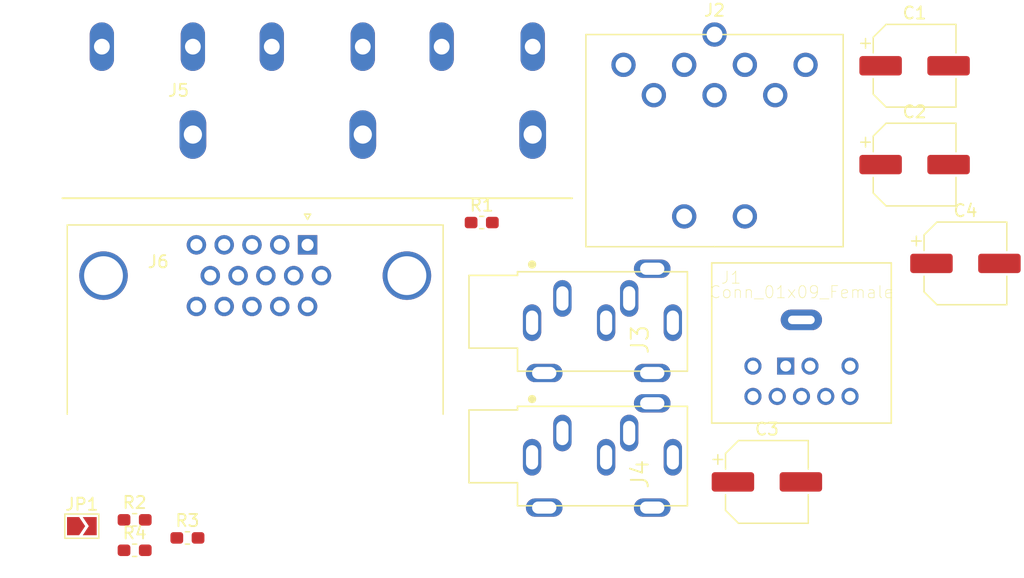
<source format=kicad_pcb>
(kicad_pcb (version 20171130) (host pcbnew "(5.1.0)-1")

  (general
    (thickness 1.6)
    (drawings 0)
    (tracks 0)
    (zones 0)
    (modules 15)
    (nets 28)
  )

  (page A4)
  (layers
    (0 F.Cu signal)
    (31 B.Cu signal)
    (32 B.Adhes user)
    (33 F.Adhes user)
    (34 B.Paste user)
    (35 F.Paste user)
    (36 B.SilkS user)
    (37 F.SilkS user)
    (38 B.Mask user)
    (39 F.Mask user)
    (40 Dwgs.User user)
    (41 Cmts.User user)
    (42 Eco1.User user)
    (43 Eco2.User user)
    (44 Edge.Cuts user)
    (45 Margin user)
    (46 B.CrtYd user)
    (47 F.CrtYd user)
    (48 B.Fab user)
    (49 F.Fab user)
  )

  (setup
    (last_trace_width 0.25)
    (trace_clearance 0.2)
    (zone_clearance 0.508)
    (zone_45_only no)
    (trace_min 0.2)
    (via_size 0.8)
    (via_drill 0.4)
    (via_min_size 0.4)
    (via_min_drill 0.3)
    (uvia_size 0.3)
    (uvia_drill 0.1)
    (uvias_allowed no)
    (uvia_min_size 0.2)
    (uvia_min_drill 0.1)
    (edge_width 0.05)
    (segment_width 0.2)
    (pcb_text_width 0.3)
    (pcb_text_size 1.5 1.5)
    (mod_edge_width 0.12)
    (mod_text_size 1 1)
    (mod_text_width 0.15)
    (pad_size 1.524 1.524)
    (pad_drill 0.762)
    (pad_to_mask_clearance 0.051)
    (solder_mask_min_width 0.25)
    (aux_axis_origin 0 0)
    (visible_elements FFFFFF7F)
    (pcbplotparams
      (layerselection 0x010fc_ffffffff)
      (usegerberextensions false)
      (usegerberattributes false)
      (usegerberadvancedattributes false)
      (creategerberjobfile false)
      (excludeedgelayer true)
      (linewidth 0.100000)
      (plotframeref false)
      (viasonmask false)
      (mode 1)
      (useauxorigin false)
      (hpglpennumber 1)
      (hpglpenspeed 20)
      (hpglpendiameter 15.000000)
      (psnegative false)
      (psa4output false)
      (plotreference true)
      (plotvalue true)
      (plotinvisibletext false)
      (padsonsilk false)
      (subtractmaskfromsilk false)
      (outputformat 1)
      (mirror false)
      (drillshape 1)
      (scaleselection 1)
      (outputdirectory ""))
  )

  (net 0 "")
  (net 1 "Net-(C1-Pad1)")
  (net 2 RED_OUT)
  (net 3 GREEN_OUT)
  (net 4 "Net-(C2-Pad1)")
  (net 5 "Net-(C3-Pad1)")
  (net 6 BLUE_OUT)
  (net 7 VGA_SYNC_OUT)
  (net 8 "Net-(C4-Pad1)")
  (net 9 CSYNC)
  (net 10 CVBS)
  (net 11 LEFT)
  (net 12 RIGHT)
  (net 13 RED)
  (net 14 "Net-(J1-Pad6)")
  (net 15 "Net-(J1-Pad2)")
  (net 16 BLUE)
  (net 17 GREEN)
  (net 18 MONO)
  (net 19 GND)
  (net 20 "Net-(J2-Pad4)")
  (net 21 CYSNC)
  (net 22 "Net-(J6-Pad4)")
  (net 23 "Net-(J6-Pad9)")
  (net 24 "Net-(J6-Pad11)")
  (net 25 "Net-(J6-Pad12)")
  (net 26 "Net-(J6-Pad14)")
  (net 27 "Net-(J6-Pad15)")

  (net_class Default "This is the default net class."
    (clearance 0.2)
    (trace_width 0.25)
    (via_dia 0.8)
    (via_drill 0.4)
    (uvia_dia 0.3)
    (uvia_drill 0.1)
    (add_net BLUE)
    (add_net BLUE_OUT)
    (add_net CSYNC)
    (add_net CVBS)
    (add_net CYSNC)
    (add_net GND)
    (add_net GREEN)
    (add_net GREEN_OUT)
    (add_net LEFT)
    (add_net MONO)
    (add_net "Net-(C1-Pad1)")
    (add_net "Net-(C2-Pad1)")
    (add_net "Net-(C3-Pad1)")
    (add_net "Net-(C4-Pad1)")
    (add_net "Net-(J1-Pad2)")
    (add_net "Net-(J1-Pad6)")
    (add_net "Net-(J2-Pad4)")
    (add_net "Net-(J6-Pad11)")
    (add_net "Net-(J6-Pad12)")
    (add_net "Net-(J6-Pad14)")
    (add_net "Net-(J6-Pad15)")
    (add_net "Net-(J6-Pad4)")
    (add_net "Net-(J6-Pad9)")
    (add_net RED)
    (add_net RED_OUT)
    (add_net RIGHT)
    (add_net VGA_SYNC_OUT)
  )

  (module Capacitor_SMD:CP_Elec_6.3x5.4 (layer F.Cu) (tedit 5BCA39D0) (tstamp 5D2909D0)
    (at 169.495001 76.425001)
    (descr "SMD capacitor, aluminum electrolytic, Panasonic C55, 6.3x5.4mm")
    (tags "capacitor electrolytic")
    (path /5D2693EF)
    (attr smd)
    (fp_text reference C1 (at 0 -4.35) (layer F.SilkS)
      (effects (font (size 1 1) (thickness 0.15)))
    )
    (fp_text value 220 (at 0 4.35) (layer F.Fab)
      (effects (font (size 1 1) (thickness 0.15)))
    )
    (fp_circle (center 0 0) (end 3.15 0) (layer F.Fab) (width 0.1))
    (fp_line (start 3.3 -3.3) (end 3.3 3.3) (layer F.Fab) (width 0.1))
    (fp_line (start -2.3 -3.3) (end 3.3 -3.3) (layer F.Fab) (width 0.1))
    (fp_line (start -2.3 3.3) (end 3.3 3.3) (layer F.Fab) (width 0.1))
    (fp_line (start -3.3 -2.3) (end -3.3 2.3) (layer F.Fab) (width 0.1))
    (fp_line (start -3.3 -2.3) (end -2.3 -3.3) (layer F.Fab) (width 0.1))
    (fp_line (start -3.3 2.3) (end -2.3 3.3) (layer F.Fab) (width 0.1))
    (fp_line (start -2.704838 -1.33) (end -2.074838 -1.33) (layer F.Fab) (width 0.1))
    (fp_line (start -2.389838 -1.645) (end -2.389838 -1.015) (layer F.Fab) (width 0.1))
    (fp_line (start 3.41 3.41) (end 3.41 1.06) (layer F.SilkS) (width 0.12))
    (fp_line (start 3.41 -3.41) (end 3.41 -1.06) (layer F.SilkS) (width 0.12))
    (fp_line (start -2.345563 -3.41) (end 3.41 -3.41) (layer F.SilkS) (width 0.12))
    (fp_line (start -2.345563 3.41) (end 3.41 3.41) (layer F.SilkS) (width 0.12))
    (fp_line (start -3.41 2.345563) (end -3.41 1.06) (layer F.SilkS) (width 0.12))
    (fp_line (start -3.41 -2.345563) (end -3.41 -1.06) (layer F.SilkS) (width 0.12))
    (fp_line (start -3.41 -2.345563) (end -2.345563 -3.41) (layer F.SilkS) (width 0.12))
    (fp_line (start -3.41 2.345563) (end -2.345563 3.41) (layer F.SilkS) (width 0.12))
    (fp_line (start -4.4375 -1.8475) (end -3.65 -1.8475) (layer F.SilkS) (width 0.12))
    (fp_line (start -4.04375 -2.24125) (end -4.04375 -1.45375) (layer F.SilkS) (width 0.12))
    (fp_line (start 3.55 -3.55) (end 3.55 -1.05) (layer F.CrtYd) (width 0.05))
    (fp_line (start 3.55 -1.05) (end 4.8 -1.05) (layer F.CrtYd) (width 0.05))
    (fp_line (start 4.8 -1.05) (end 4.8 1.05) (layer F.CrtYd) (width 0.05))
    (fp_line (start 4.8 1.05) (end 3.55 1.05) (layer F.CrtYd) (width 0.05))
    (fp_line (start 3.55 1.05) (end 3.55 3.55) (layer F.CrtYd) (width 0.05))
    (fp_line (start -2.4 3.55) (end 3.55 3.55) (layer F.CrtYd) (width 0.05))
    (fp_line (start -2.4 -3.55) (end 3.55 -3.55) (layer F.CrtYd) (width 0.05))
    (fp_line (start -3.55 2.4) (end -2.4 3.55) (layer F.CrtYd) (width 0.05))
    (fp_line (start -3.55 -2.4) (end -2.4 -3.55) (layer F.CrtYd) (width 0.05))
    (fp_line (start -3.55 -2.4) (end -3.55 -1.05) (layer F.CrtYd) (width 0.05))
    (fp_line (start -3.55 1.05) (end -3.55 2.4) (layer F.CrtYd) (width 0.05))
    (fp_line (start -3.55 -1.05) (end -4.8 -1.05) (layer F.CrtYd) (width 0.05))
    (fp_line (start -4.8 -1.05) (end -4.8 1.05) (layer F.CrtYd) (width 0.05))
    (fp_line (start -4.8 1.05) (end -3.55 1.05) (layer F.CrtYd) (width 0.05))
    (fp_text user %R (at 0 0) (layer F.Fab)
      (effects (font (size 1 1) (thickness 0.15)))
    )
    (pad 1 smd roundrect (at -2.8 0) (size 3.5 1.6) (layers F.Cu F.Paste F.Mask) (roundrect_rratio 0.15625)
      (net 1 "Net-(C1-Pad1)"))
    (pad 2 smd roundrect (at 2.8 0) (size 3.5 1.6) (layers F.Cu F.Paste F.Mask) (roundrect_rratio 0.15625)
      (net 2 RED_OUT))
    (model ${KISYS3DMOD}/Capacitor_SMD.3dshapes/CP_Elec_6.3x5.4.wrl
      (at (xyz 0 0 0))
      (scale (xyz 1 1 1))
      (rotate (xyz 0 0 0))
    )
  )

  (module Capacitor_SMD:CP_Elec_6.3x5.4 (layer F.Cu) (tedit 5BCA39D0) (tstamp 5D2909F8)
    (at 169.495001 84.575001)
    (descr "SMD capacitor, aluminum electrolytic, Panasonic C55, 6.3x5.4mm")
    (tags "capacitor electrolytic")
    (path /5D269067)
    (attr smd)
    (fp_text reference C2 (at 0 -4.35) (layer F.SilkS)
      (effects (font (size 1 1) (thickness 0.15)))
    )
    (fp_text value 220 (at 0 4.35) (layer F.Fab)
      (effects (font (size 1 1) (thickness 0.15)))
    )
    (fp_text user %R (at 0 0) (layer F.Fab)
      (effects (font (size 1 1) (thickness 0.15)))
    )
    (fp_line (start -4.8 1.05) (end -3.55 1.05) (layer F.CrtYd) (width 0.05))
    (fp_line (start -4.8 -1.05) (end -4.8 1.05) (layer F.CrtYd) (width 0.05))
    (fp_line (start -3.55 -1.05) (end -4.8 -1.05) (layer F.CrtYd) (width 0.05))
    (fp_line (start -3.55 1.05) (end -3.55 2.4) (layer F.CrtYd) (width 0.05))
    (fp_line (start -3.55 -2.4) (end -3.55 -1.05) (layer F.CrtYd) (width 0.05))
    (fp_line (start -3.55 -2.4) (end -2.4 -3.55) (layer F.CrtYd) (width 0.05))
    (fp_line (start -3.55 2.4) (end -2.4 3.55) (layer F.CrtYd) (width 0.05))
    (fp_line (start -2.4 -3.55) (end 3.55 -3.55) (layer F.CrtYd) (width 0.05))
    (fp_line (start -2.4 3.55) (end 3.55 3.55) (layer F.CrtYd) (width 0.05))
    (fp_line (start 3.55 1.05) (end 3.55 3.55) (layer F.CrtYd) (width 0.05))
    (fp_line (start 4.8 1.05) (end 3.55 1.05) (layer F.CrtYd) (width 0.05))
    (fp_line (start 4.8 -1.05) (end 4.8 1.05) (layer F.CrtYd) (width 0.05))
    (fp_line (start 3.55 -1.05) (end 4.8 -1.05) (layer F.CrtYd) (width 0.05))
    (fp_line (start 3.55 -3.55) (end 3.55 -1.05) (layer F.CrtYd) (width 0.05))
    (fp_line (start -4.04375 -2.24125) (end -4.04375 -1.45375) (layer F.SilkS) (width 0.12))
    (fp_line (start -4.4375 -1.8475) (end -3.65 -1.8475) (layer F.SilkS) (width 0.12))
    (fp_line (start -3.41 2.345563) (end -2.345563 3.41) (layer F.SilkS) (width 0.12))
    (fp_line (start -3.41 -2.345563) (end -2.345563 -3.41) (layer F.SilkS) (width 0.12))
    (fp_line (start -3.41 -2.345563) (end -3.41 -1.06) (layer F.SilkS) (width 0.12))
    (fp_line (start -3.41 2.345563) (end -3.41 1.06) (layer F.SilkS) (width 0.12))
    (fp_line (start -2.345563 3.41) (end 3.41 3.41) (layer F.SilkS) (width 0.12))
    (fp_line (start -2.345563 -3.41) (end 3.41 -3.41) (layer F.SilkS) (width 0.12))
    (fp_line (start 3.41 -3.41) (end 3.41 -1.06) (layer F.SilkS) (width 0.12))
    (fp_line (start 3.41 3.41) (end 3.41 1.06) (layer F.SilkS) (width 0.12))
    (fp_line (start -2.389838 -1.645) (end -2.389838 -1.015) (layer F.Fab) (width 0.1))
    (fp_line (start -2.704838 -1.33) (end -2.074838 -1.33) (layer F.Fab) (width 0.1))
    (fp_line (start -3.3 2.3) (end -2.3 3.3) (layer F.Fab) (width 0.1))
    (fp_line (start -3.3 -2.3) (end -2.3 -3.3) (layer F.Fab) (width 0.1))
    (fp_line (start -3.3 -2.3) (end -3.3 2.3) (layer F.Fab) (width 0.1))
    (fp_line (start -2.3 3.3) (end 3.3 3.3) (layer F.Fab) (width 0.1))
    (fp_line (start -2.3 -3.3) (end 3.3 -3.3) (layer F.Fab) (width 0.1))
    (fp_line (start 3.3 -3.3) (end 3.3 3.3) (layer F.Fab) (width 0.1))
    (fp_circle (center 0 0) (end 3.15 0) (layer F.Fab) (width 0.1))
    (pad 2 smd roundrect (at 2.8 0) (size 3.5 1.6) (layers F.Cu F.Paste F.Mask) (roundrect_rratio 0.15625)
      (net 3 GREEN_OUT))
    (pad 1 smd roundrect (at -2.8 0) (size 3.5 1.6) (layers F.Cu F.Paste F.Mask) (roundrect_rratio 0.15625)
      (net 4 "Net-(C2-Pad1)"))
    (model ${KISYS3DMOD}/Capacitor_SMD.3dshapes/CP_Elec_6.3x5.4.wrl
      (at (xyz 0 0 0))
      (scale (xyz 1 1 1))
      (rotate (xyz 0 0 0))
    )
  )

  (module Capacitor_SMD:CP_Elec_6.3x5.4 (layer F.Cu) (tedit 5BCA39D0) (tstamp 5D290A20)
    (at 157.325001 110.745001)
    (descr "SMD capacitor, aluminum electrolytic, Panasonic C55, 6.3x5.4mm")
    (tags "capacitor electrolytic")
    (path /5D268A10)
    (attr smd)
    (fp_text reference C3 (at 0 -4.35) (layer F.SilkS)
      (effects (font (size 1 1) (thickness 0.15)))
    )
    (fp_text value 220 (at 0 4.35) (layer F.Fab)
      (effects (font (size 1 1) (thickness 0.15)))
    )
    (fp_circle (center 0 0) (end 3.15 0) (layer F.Fab) (width 0.1))
    (fp_line (start 3.3 -3.3) (end 3.3 3.3) (layer F.Fab) (width 0.1))
    (fp_line (start -2.3 -3.3) (end 3.3 -3.3) (layer F.Fab) (width 0.1))
    (fp_line (start -2.3 3.3) (end 3.3 3.3) (layer F.Fab) (width 0.1))
    (fp_line (start -3.3 -2.3) (end -3.3 2.3) (layer F.Fab) (width 0.1))
    (fp_line (start -3.3 -2.3) (end -2.3 -3.3) (layer F.Fab) (width 0.1))
    (fp_line (start -3.3 2.3) (end -2.3 3.3) (layer F.Fab) (width 0.1))
    (fp_line (start -2.704838 -1.33) (end -2.074838 -1.33) (layer F.Fab) (width 0.1))
    (fp_line (start -2.389838 -1.645) (end -2.389838 -1.015) (layer F.Fab) (width 0.1))
    (fp_line (start 3.41 3.41) (end 3.41 1.06) (layer F.SilkS) (width 0.12))
    (fp_line (start 3.41 -3.41) (end 3.41 -1.06) (layer F.SilkS) (width 0.12))
    (fp_line (start -2.345563 -3.41) (end 3.41 -3.41) (layer F.SilkS) (width 0.12))
    (fp_line (start -2.345563 3.41) (end 3.41 3.41) (layer F.SilkS) (width 0.12))
    (fp_line (start -3.41 2.345563) (end -3.41 1.06) (layer F.SilkS) (width 0.12))
    (fp_line (start -3.41 -2.345563) (end -3.41 -1.06) (layer F.SilkS) (width 0.12))
    (fp_line (start -3.41 -2.345563) (end -2.345563 -3.41) (layer F.SilkS) (width 0.12))
    (fp_line (start -3.41 2.345563) (end -2.345563 3.41) (layer F.SilkS) (width 0.12))
    (fp_line (start -4.4375 -1.8475) (end -3.65 -1.8475) (layer F.SilkS) (width 0.12))
    (fp_line (start -4.04375 -2.24125) (end -4.04375 -1.45375) (layer F.SilkS) (width 0.12))
    (fp_line (start 3.55 -3.55) (end 3.55 -1.05) (layer F.CrtYd) (width 0.05))
    (fp_line (start 3.55 -1.05) (end 4.8 -1.05) (layer F.CrtYd) (width 0.05))
    (fp_line (start 4.8 -1.05) (end 4.8 1.05) (layer F.CrtYd) (width 0.05))
    (fp_line (start 4.8 1.05) (end 3.55 1.05) (layer F.CrtYd) (width 0.05))
    (fp_line (start 3.55 1.05) (end 3.55 3.55) (layer F.CrtYd) (width 0.05))
    (fp_line (start -2.4 3.55) (end 3.55 3.55) (layer F.CrtYd) (width 0.05))
    (fp_line (start -2.4 -3.55) (end 3.55 -3.55) (layer F.CrtYd) (width 0.05))
    (fp_line (start -3.55 2.4) (end -2.4 3.55) (layer F.CrtYd) (width 0.05))
    (fp_line (start -3.55 -2.4) (end -2.4 -3.55) (layer F.CrtYd) (width 0.05))
    (fp_line (start -3.55 -2.4) (end -3.55 -1.05) (layer F.CrtYd) (width 0.05))
    (fp_line (start -3.55 1.05) (end -3.55 2.4) (layer F.CrtYd) (width 0.05))
    (fp_line (start -3.55 -1.05) (end -4.8 -1.05) (layer F.CrtYd) (width 0.05))
    (fp_line (start -4.8 -1.05) (end -4.8 1.05) (layer F.CrtYd) (width 0.05))
    (fp_line (start -4.8 1.05) (end -3.55 1.05) (layer F.CrtYd) (width 0.05))
    (fp_text user %R (at 0 0) (layer F.Fab)
      (effects (font (size 1 1) (thickness 0.15)))
    )
    (pad 1 smd roundrect (at -2.8 0) (size 3.5 1.6) (layers F.Cu F.Paste F.Mask) (roundrect_rratio 0.15625)
      (net 5 "Net-(C3-Pad1)"))
    (pad 2 smd roundrect (at 2.8 0) (size 3.5 1.6) (layers F.Cu F.Paste F.Mask) (roundrect_rratio 0.15625)
      (net 6 BLUE_OUT))
    (model ${KISYS3DMOD}/Capacitor_SMD.3dshapes/CP_Elec_6.3x5.4.wrl
      (at (xyz 0 0 0))
      (scale (xyz 1 1 1))
      (rotate (xyz 0 0 0))
    )
  )

  (module Capacitor_SMD:CP_Elec_6.3x5.4 (layer F.Cu) (tedit 5BCA39D0) (tstamp 5D290A48)
    (at 173.685001 92.725001)
    (descr "SMD capacitor, aluminum electrolytic, Panasonic C55, 6.3x5.4mm")
    (tags "capacitor electrolytic")
    (path /5D269989)
    (attr smd)
    (fp_text reference C4 (at 0 -4.35) (layer F.SilkS)
      (effects (font (size 1 1) (thickness 0.15)))
    )
    (fp_text value 220 (at 0 4.35) (layer F.Fab)
      (effects (font (size 1 1) (thickness 0.15)))
    )
    (fp_text user %R (at 0 0) (layer F.Fab)
      (effects (font (size 1 1) (thickness 0.15)))
    )
    (fp_line (start -4.8 1.05) (end -3.55 1.05) (layer F.CrtYd) (width 0.05))
    (fp_line (start -4.8 -1.05) (end -4.8 1.05) (layer F.CrtYd) (width 0.05))
    (fp_line (start -3.55 -1.05) (end -4.8 -1.05) (layer F.CrtYd) (width 0.05))
    (fp_line (start -3.55 1.05) (end -3.55 2.4) (layer F.CrtYd) (width 0.05))
    (fp_line (start -3.55 -2.4) (end -3.55 -1.05) (layer F.CrtYd) (width 0.05))
    (fp_line (start -3.55 -2.4) (end -2.4 -3.55) (layer F.CrtYd) (width 0.05))
    (fp_line (start -3.55 2.4) (end -2.4 3.55) (layer F.CrtYd) (width 0.05))
    (fp_line (start -2.4 -3.55) (end 3.55 -3.55) (layer F.CrtYd) (width 0.05))
    (fp_line (start -2.4 3.55) (end 3.55 3.55) (layer F.CrtYd) (width 0.05))
    (fp_line (start 3.55 1.05) (end 3.55 3.55) (layer F.CrtYd) (width 0.05))
    (fp_line (start 4.8 1.05) (end 3.55 1.05) (layer F.CrtYd) (width 0.05))
    (fp_line (start 4.8 -1.05) (end 4.8 1.05) (layer F.CrtYd) (width 0.05))
    (fp_line (start 3.55 -1.05) (end 4.8 -1.05) (layer F.CrtYd) (width 0.05))
    (fp_line (start 3.55 -3.55) (end 3.55 -1.05) (layer F.CrtYd) (width 0.05))
    (fp_line (start -4.04375 -2.24125) (end -4.04375 -1.45375) (layer F.SilkS) (width 0.12))
    (fp_line (start -4.4375 -1.8475) (end -3.65 -1.8475) (layer F.SilkS) (width 0.12))
    (fp_line (start -3.41 2.345563) (end -2.345563 3.41) (layer F.SilkS) (width 0.12))
    (fp_line (start -3.41 -2.345563) (end -2.345563 -3.41) (layer F.SilkS) (width 0.12))
    (fp_line (start -3.41 -2.345563) (end -3.41 -1.06) (layer F.SilkS) (width 0.12))
    (fp_line (start -3.41 2.345563) (end -3.41 1.06) (layer F.SilkS) (width 0.12))
    (fp_line (start -2.345563 3.41) (end 3.41 3.41) (layer F.SilkS) (width 0.12))
    (fp_line (start -2.345563 -3.41) (end 3.41 -3.41) (layer F.SilkS) (width 0.12))
    (fp_line (start 3.41 -3.41) (end 3.41 -1.06) (layer F.SilkS) (width 0.12))
    (fp_line (start 3.41 3.41) (end 3.41 1.06) (layer F.SilkS) (width 0.12))
    (fp_line (start -2.389838 -1.645) (end -2.389838 -1.015) (layer F.Fab) (width 0.1))
    (fp_line (start -2.704838 -1.33) (end -2.074838 -1.33) (layer F.Fab) (width 0.1))
    (fp_line (start -3.3 2.3) (end -2.3 3.3) (layer F.Fab) (width 0.1))
    (fp_line (start -3.3 -2.3) (end -2.3 -3.3) (layer F.Fab) (width 0.1))
    (fp_line (start -3.3 -2.3) (end -3.3 2.3) (layer F.Fab) (width 0.1))
    (fp_line (start -2.3 3.3) (end 3.3 3.3) (layer F.Fab) (width 0.1))
    (fp_line (start -2.3 -3.3) (end 3.3 -3.3) (layer F.Fab) (width 0.1))
    (fp_line (start 3.3 -3.3) (end 3.3 3.3) (layer F.Fab) (width 0.1))
    (fp_circle (center 0 0) (end 3.15 0) (layer F.Fab) (width 0.1))
    (pad 2 smd roundrect (at 2.8 0) (size 3.5 1.6) (layers F.Cu F.Paste F.Mask) (roundrect_rratio 0.15625)
      (net 7 VGA_SYNC_OUT))
    (pad 1 smd roundrect (at -2.8 0) (size 3.5 1.6) (layers F.Cu F.Paste F.Mask) (roundrect_rratio 0.15625)
      (net 8 "Net-(C4-Pad1)"))
    (model ${KISYS3DMOD}/Capacitor_SMD.3dshapes/CP_Elec_6.3x5.4.wrl
      (at (xyz 0 0 0))
      (scale (xyz 1 1 1))
      (rotate (xyz 0 0 0))
    )
  )

  (module Tinkerplunk:CUI_MD-90SM (layer F.Cu) (tedit 5D1D072C) (tstamp 5D290A73)
    (at 160.175001 97.395001)
    (path /5D261092)
    (fp_text reference J1 (at -5.8 -3.5) (layer F.SilkS)
      (effects (font (size 1.00068 1.00068) (thickness 0.05)))
    )
    (fp_text value Conn_01x09_Female (at 0 -2.3) (layer F.SilkS)
      (effects (font (size 1.00194 1.00194) (thickness 0.05)))
    )
    (fp_line (start 7.65 8.75) (end 7.65 2.75) (layer Eco1.User) (width 0.05))
    (fp_line (start 7.66 2.75) (end 7.66 2.75) (layer Eco1.User) (width 0.05))
    (fp_line (start 7.66 -1.11) (end 7.66 2.75) (layer Eco1.User) (width 0.05))
    (fp_line (start 7.65 -1.11) (end 7.66 -1.11) (layer Eco1.User) (width 0.05))
    (fp_line (start 7.65 -4.96) (end 7.65 -1.11) (layer Eco1.User) (width 0.05))
    (fp_line (start -7.65 2.82) (end -7.65 8.75) (layer Eco1.User) (width 0.05))
    (fp_line (start -7.65 2.82) (end -7.65 2.82) (layer Eco1.User) (width 0.05))
    (fp_line (start -7.65 -1.01) (end -7.65 2.82) (layer Eco1.User) (width 0.05))
    (fp_line (start -7.65 -1.01) (end -7.65 -1.01) (layer Eco1.User) (width 0.05))
    (fp_line (start -7.65 -4.96) (end -7.65 -1.01) (layer Eco1.User) (width 0.05))
    (fp_line (start 7.4 8.5) (end 7.4 -1) (layer F.SilkS) (width 0.127))
    (fp_line (start 7.4 -4.7) (end 7.4 -1) (layer F.SilkS) (width 0.127))
    (fp_line (start -7.4 8.5) (end -7.4 -1) (layer F.SilkS) (width 0.127))
    (fp_line (start -7.4 -4.7) (end -7.4 -1) (layer F.SilkS) (width 0.127))
    (fp_line (start 7.4 8.5) (end -7.4 8.5) (layer Eco2.User) (width 0.127))
    (fp_line (start 7.4 -4.7) (end 7.4 8.5) (layer Eco2.User) (width 0.127))
    (fp_line (start -7.4 -4.7) (end 7.4 -4.7) (layer Eco2.User) (width 0.127))
    (fp_line (start -7.4 8.5) (end -7.4 -4.7) (layer Eco2.User) (width 0.127))
    (fp_line (start 3.49 1.29) (end 3.49 -4.71) (layer Eco2.User) (width 0.1524))
    (fp_line (start -3.51 1.29) (end 3.49 1.29) (layer Eco2.User) (width 0.1524))
    (fp_line (start -3.51 -4.71) (end -3.51 1.29) (layer Eco2.User) (width 0.1524))
    (fp_line (start 7.65 8.75) (end -7.65 8.75) (layer Eco1.User) (width 0.05))
    (fp_line (start -7.65 -4.96) (end 7.65 -4.96) (layer Eco1.User) (width 0.05))
    (fp_text user PANEL~FRONT (at -1.10423 -4.20527 unlocked) (layer Dwgs.User)
      (effects (font (size 1 1) (thickness 0.05)))
    )
    (fp_line (start 1.4378 -3.82226) (end 1.4378 -4.63026) (layer Eco2.User) (width 0.1524))
    (fp_line (start -1.4578 -3.82226) (end 1.4378 -3.82226) (layer Eco2.User) (width 0.1524))
    (fp_line (start -1.4578 -4.63026) (end -1.4578 -3.82226) (layer Eco2.User) (width 0.1524))
    (fp_line (start 7.4 8.5) (end -7.4 8.5) (layer F.SilkS) (width 0.127))
    (fp_line (start -7.4 -4.71) (end 7.4 -4.71) (layer F.SilkS) (width 0.127))
    (pad 5 thru_hole circle (at 0 6.3) (size 1.408 1.408) (drill 0.9) (layers *.Cu *.Mask)
      (net 9 CSYNC))
    (pad 4 thru_hole circle (at -2 6.3) (size 1.408 1.408) (drill 0.9) (layers *.Cu *.Mask)
      (net 10 CVBS))
    (pad 8 thru_hole circle (at 2 6.3) (size 1.408 1.408) (drill 0.9) (layers *.Cu *.Mask)
      (net 11 LEFT))
    (pad 9 thru_hole circle (at 4 6.3) (size 1.408 1.408) (drill 0.9) (layers *.Cu *.Mask)
      (net 12 RIGHT))
    (pad 7 thru_hole circle (at -4 6.3) (size 1.408 1.408) (drill 0.9) (layers *.Cu *.Mask)
      (net 13 RED))
    (pad 6 thru_hole circle (at 4 3.8) (size 1.408 1.408) (drill 0.9) (layers *.Cu *.Mask)
      (net 14 "Net-(J1-Pad6)"))
    (pad 2 thru_hole circle (at 0.7 3.8) (size 1.408 1.408) (drill 0.9) (layers *.Cu *.Mask)
      (net 15 "Net-(J1-Pad2)"))
    (pad 1 thru_hole rect (at -1.3 3.8) (size 1.408 1.408) (drill 0.9) (layers *.Cu *.Mask)
      (net 16 BLUE))
    (pad 3 thru_hole circle (at -4 3.8) (size 1.408 1.408) (drill 0.9) (layers *.Cu *.Mask)
      (net 17 GREEN))
    (pad S1 thru_hole oval (at -0.01 -0.01) (size 3.4 1.7) (drill oval 2.2 0.7) (layers *.Cu *.Mask))
    (model "C:/Users/jacob/Documents/Github/Tinkerplunk-KiCAD-Footprints/Tinkerplunk.pretty/3D Models/CUI_MD-90S.step"
      (offset (xyz 0 4.75 6.5))
      (scale (xyz 1 1 1))
      (rotate (xyz -90 0 -90))
    )
  )

  (module Tinkerplunk:262_U_DIN_MAB_8_SH (layer F.Cu) (tedit 5D260B97) (tstamp 5D290A88)
    (at 153.010001 76.35)
    (path /5D261CBE)
    (fp_text reference J2 (at 0 -4.5) (layer F.SilkS)
      (effects (font (size 1 1) (thickness 0.15)))
    )
    (fp_text value Conn_01x08_Female (at 0 5.2) (layer F.Fab)
      (effects (font (size 1 1) (thickness 0.15)))
    )
    (fp_line (start 0 15) (end 10.6 15) (layer F.SilkS) (width 0.12))
    (fp_line (start 10.6 15) (end 10.6 -2.5) (layer F.SilkS) (width 0.12))
    (fp_line (start 10.6 -2.5) (end -10.6 -2.5) (layer F.SilkS) (width 0.12))
    (fp_line (start -10.6 -2.5) (end -10.6 15) (layer F.SilkS) (width 0.12))
    (fp_line (start -10.6 15) (end 0 15) (layer F.SilkS) (width 0.12))
    (pad 1 thru_hole circle (at 5 2.5) (size 2 2) (drill 1.3) (layers *.Cu *.Mask)
      (net 18 MONO))
    (pad 2 thru_hole circle (at 0 2.5) (size 2 2) (drill 1.3) (layers *.Cu *.Mask)
      (net 19 GND))
    (pad 3 thru_hole circle (at -5 2.5) (size 2 2) (drill 1.3) (layers *.Cu *.Mask)
      (net 10 CVBS))
    (pad 4 thru_hole circle (at 2.5 0) (size 2 2) (drill 1.3) (layers *.Cu *.Mask)
      (net 20 "Net-(J2-Pad4)"))
    (pad 5 thru_hole circle (at -2.5 0) (size 2 2) (drill 1.3) (layers *.Cu *.Mask)
      (net 17 GREEN))
    (pad 6 thru_hole circle (at 0 -2.5) (size 2 2) (drill 1.3) (layers *.Cu *.Mask)
      (net 16 BLUE))
    (pad 7 thru_hole circle (at 7.5 0) (size 2 2) (drill 1.3) (layers *.Cu *.Mask)
      (net 13 RED))
    (pad 8 thru_hole circle (at -7.5 0) (size 2 2) (drill 1.3) (layers *.Cu *.Mask)
      (net 21 CYSNC))
    (pad 0 thru_hole circle (at 2.5 12.5) (size 2 2) (drill 1.3) (layers *.Cu *.Mask))
    (pad 0 thru_hole circle (at -2.5 12.5) (size 2 2) (drill 1.3) (layers *.Cu *.Mask))
    (pad "" np_thru_hole circle (at 7.5 7.5) (size 2.4 2.4) (drill 2.4) (layers *.Cu *.Mask))
    (pad "" np_thru_hole circle (at -7.5 7.5) (size 2.4 2.4) (drill 2.4) (layers *.Cu *.Mask))
  )

  (module Tinkerplunk:CUI_SJ1-3533NG (layer F.Cu) (tedit 5D119088) (tstamp 5D290AAE)
    (at 137.975001 97.614)
    (path /5D26320F)
    (fp_text reference J3 (at 8.89 1.397 90) (layer F.SilkS)
      (effects (font (size 1.40069 1.40069) (thickness 0.15)))
    )
    (fp_text value AudioJack3_SwitchTR (at 4.191 2.54) (layer F.SilkS) hide
      (effects (font (size 1.4002 1.4002) (thickness 0.05)))
    )
    (fp_line (start -5.8 -0.9) (end 13.5 -0.9) (layer Eco2.User) (width 0.05))
    (fp_circle (center 0 -4.8) (end 0.17 -4.8) (layer F.SilkS) (width 0.34))
    (fp_line (start -1.5 -4.5) (end 13.1 -4.5) (layer Eco1.User) (width 0.05))
    (fp_line (start -1.5 -4.2) (end -1.5 -4.5) (layer Eco1.User) (width 0.05))
    (fp_line (start -5.5 -4.2) (end -1.5 -4.2) (layer Eco1.User) (width 0.05))
    (fp_line (start -5.5 2.4) (end -5.5 -4.2) (layer Eco1.User) (width 0.05))
    (fp_line (start -1.5 2.4) (end -5.5 2.4) (layer Eco1.User) (width 0.05))
    (fp_line (start -1.5 4.3) (end -1.5 2.4) (layer Eco1.User) (width 0.05))
    (fp_line (start 13.1 4.3) (end -1.5 4.3) (layer Eco1.User) (width 0.05))
    (fp_line (start 13.1 -4.5) (end 13.1 4.3) (layer Eco1.User) (width 0.05))
    (fp_line (start -1.2 -3.9) (end -1.2 -4.2) (layer F.SilkS) (width 0.127))
    (fp_line (start -5.2 -3.9) (end -1.2 -3.9) (layer F.SilkS) (width 0.127))
    (fp_line (start -5.2 2.1) (end -5.2 -3.9) (layer F.SilkS) (width 0.127))
    (fp_line (start -1.2 2.1) (end -5.2 2.1) (layer F.SilkS) (width 0.127))
    (fp_line (start -1.2 4) (end -1.2 2.1) (layer F.SilkS) (width 0.127))
    (fp_line (start 12.8 4) (end -1.2 4) (layer F.SilkS) (width 0.127))
    (fp_line (start 12.8 -4.2) (end 12.8 4) (layer F.SilkS) (width 0.127))
    (fp_line (start -1.2 -4.2) (end 12.8 -4.2) (layer F.SilkS) (width 0.127))
    (fp_line (start -1.2 -3.9) (end -1.2 -4.2) (layer Eco2.User) (width 0.127))
    (fp_line (start -5.2 -3.9) (end -1.2 -3.9) (layer Eco2.User) (width 0.127))
    (fp_line (start -5.2 2.1) (end -5.2 -3.9) (layer Eco2.User) (width 0.127))
    (fp_line (start -1.2 2.1) (end -5.2 2.1) (layer Eco2.User) (width 0.127))
    (fp_line (start -1.2 4) (end -1.2 2.1) (layer Eco2.User) (width 0.127))
    (fp_line (start 12.8 4) (end -1.2 4) (layer Eco2.User) (width 0.127))
    (fp_line (start 12.8 -4.2) (end 12.8 4) (layer Eco2.User) (width 0.127))
    (fp_line (start -1.2 -4.2) (end 12.8 -4.2) (layer Eco2.User) (width 0.127))
    (pad T thru_hole oval (at 8 -2 90) (size 3.016 1.508) (drill oval 2 1) (layers *.Cu *.Mask)
      (net 11 LEFT))
    (pad R thru_hole oval (at 2.5 -2 90) (size 3.016 1.508) (drill oval 2 1) (layers *.Cu *.Mask)
      (net 12 RIGHT))
    (pad S thru_hole oval (at 0 0 90) (size 3.016 1.508) (drill oval 2 1) (layers *.Cu *.Mask)
      (net 19 GND))
    (pad RS thru_hole oval (at 6.1 0 90) (size 3.016 1.508) (drill oval 2 1) (layers *.Cu *.Mask))
    (pad TS thru_hole oval (at 11.6 0 90) (size 3.016 1.508) (drill oval 2 1) (layers *.Cu *.Mask))
    (pad S thru_hole oval (at 9.9 -4.45 180) (size 3.016 1.508) (drill oval 2 1) (layers *.Cu *.Mask)
      (net 19 GND))
    (pad S thru_hole oval (at 9.9 4.15 180) (size 3.016 1.508) (drill oval 2 1) (layers *.Cu *.Mask)
      (net 19 GND))
    (pad S thru_hole oval (at 1 4.15 180) (size 3.016 1.508) (drill oval 2 1) (layers *.Cu *.Mask)
      (net 19 GND))
    (model ${KIPRJMOD}/PSX_BREAKOUT.Pretty/CUI_SJ1-3533NG.step
      (offset (xyz -5.25 0.75 6.5))
      (scale (xyz 1 1 1))
      (rotate (xyz 0 180 0))
    )
  )

  (module Tinkerplunk:CUI_SJ1-3533NG (layer F.Cu) (tedit 5D119088) (tstamp 5D290AD4)
    (at 137.975001 108.714)
    (path /5D2639CE)
    (fp_text reference J4 (at 8.89 1.397 90) (layer F.SilkS)
      (effects (font (size 1.40069 1.40069) (thickness 0.15)))
    )
    (fp_text value AudioJack3_SwitchTR (at 4.191 2.54) (layer F.SilkS) hide
      (effects (font (size 1.4002 1.4002) (thickness 0.05)))
    )
    (fp_line (start -1.2 -4.2) (end 12.8 -4.2) (layer Eco2.User) (width 0.127))
    (fp_line (start 12.8 -4.2) (end 12.8 4) (layer Eco2.User) (width 0.127))
    (fp_line (start 12.8 4) (end -1.2 4) (layer Eco2.User) (width 0.127))
    (fp_line (start -1.2 4) (end -1.2 2.1) (layer Eco2.User) (width 0.127))
    (fp_line (start -1.2 2.1) (end -5.2 2.1) (layer Eco2.User) (width 0.127))
    (fp_line (start -5.2 2.1) (end -5.2 -3.9) (layer Eco2.User) (width 0.127))
    (fp_line (start -5.2 -3.9) (end -1.2 -3.9) (layer Eco2.User) (width 0.127))
    (fp_line (start -1.2 -3.9) (end -1.2 -4.2) (layer Eco2.User) (width 0.127))
    (fp_line (start -1.2 -4.2) (end 12.8 -4.2) (layer F.SilkS) (width 0.127))
    (fp_line (start 12.8 -4.2) (end 12.8 4) (layer F.SilkS) (width 0.127))
    (fp_line (start 12.8 4) (end -1.2 4) (layer F.SilkS) (width 0.127))
    (fp_line (start -1.2 4) (end -1.2 2.1) (layer F.SilkS) (width 0.127))
    (fp_line (start -1.2 2.1) (end -5.2 2.1) (layer F.SilkS) (width 0.127))
    (fp_line (start -5.2 2.1) (end -5.2 -3.9) (layer F.SilkS) (width 0.127))
    (fp_line (start -5.2 -3.9) (end -1.2 -3.9) (layer F.SilkS) (width 0.127))
    (fp_line (start -1.2 -3.9) (end -1.2 -4.2) (layer F.SilkS) (width 0.127))
    (fp_line (start 13.1 -4.5) (end 13.1 4.3) (layer Eco1.User) (width 0.05))
    (fp_line (start 13.1 4.3) (end -1.5 4.3) (layer Eco1.User) (width 0.05))
    (fp_line (start -1.5 4.3) (end -1.5 2.4) (layer Eco1.User) (width 0.05))
    (fp_line (start -1.5 2.4) (end -5.5 2.4) (layer Eco1.User) (width 0.05))
    (fp_line (start -5.5 2.4) (end -5.5 -4.2) (layer Eco1.User) (width 0.05))
    (fp_line (start -5.5 -4.2) (end -1.5 -4.2) (layer Eco1.User) (width 0.05))
    (fp_line (start -1.5 -4.2) (end -1.5 -4.5) (layer Eco1.User) (width 0.05))
    (fp_line (start -1.5 -4.5) (end 13.1 -4.5) (layer Eco1.User) (width 0.05))
    (fp_circle (center 0 -4.8) (end 0.17 -4.8) (layer F.SilkS) (width 0.34))
    (fp_line (start -5.8 -0.9) (end 13.5 -0.9) (layer Eco2.User) (width 0.05))
    (pad S thru_hole oval (at 1 4.15 180) (size 3.016 1.508) (drill oval 2 1) (layers *.Cu *.Mask)
      (net 19 GND))
    (pad S thru_hole oval (at 9.9 4.15 180) (size 3.016 1.508) (drill oval 2 1) (layers *.Cu *.Mask)
      (net 19 GND))
    (pad S thru_hole oval (at 9.9 -4.45 180) (size 3.016 1.508) (drill oval 2 1) (layers *.Cu *.Mask)
      (net 19 GND))
    (pad TS thru_hole oval (at 11.6 0 90) (size 3.016 1.508) (drill oval 2 1) (layers *.Cu *.Mask))
    (pad RS thru_hole oval (at 6.1 0 90) (size 3.016 1.508) (drill oval 2 1) (layers *.Cu *.Mask))
    (pad S thru_hole oval (at 0 0 90) (size 3.016 1.508) (drill oval 2 1) (layers *.Cu *.Mask)
      (net 19 GND))
    (pad R thru_hole oval (at 2.5 -2 90) (size 3.016 1.508) (drill oval 2 1) (layers *.Cu *.Mask)
      (net 12 RIGHT))
    (pad T thru_hole oval (at 8 -2 90) (size 3.016 1.508) (drill oval 2 1) (layers *.Cu *.Mask)
      (net 11 LEFT))
    (model ${KIPRJMOD}/PSX_BREAKOUT.Pretty/CUI_SJ1-3533NG.step
      (offset (xyz -5.25 0.75 6.5))
      (scale (xyz 1 1 1))
      (rotate (xyz 0 180 0))
    )
  )

  (module Tinkerplunk:3x2_RCA (layer F.Cu) (tedit 5B18BA86) (tstamp 5D290AE4)
    (at 120.275001 87.35)
    (path /5D264A56)
    (fp_text reference J5 (at -11.43 -8.89) (layer F.SilkS)
      (effects (font (size 1 1) (thickness 0.15)))
    )
    (fp_text value Conn_01x09_Female (at 10.16 -7.62) (layer F.Fab)
      (effects (font (size 1 1) (thickness 0.15)))
    )
    (fp_line (start -21 0) (end 21 0) (layer F.SilkS) (width 0.15))
    (pad "" np_thru_hole oval (at 20.15 -8.75) (size 1.7 4.7) (drill oval 1.7 4.7) (layers *.Cu *.Mask))
    (pad "" np_thru_hole oval (at -20.15 -8.75) (size 1.7 4.7) (drill oval 1.7 4.7) (layers *.Cu *.Mask))
    (pad 4 thru_hole oval (at 3.75 -12.5) (size 2 4) (drill 1.3) (layers *.Cu *.Mask)
      (net 6 BLUE_OUT))
    (pad 3 thru_hole oval (at -3.75 -12.5) (size 2 4) (drill 1.3) (layers *.Cu *.Mask)
      (net 11 LEFT))
    (pad 2 thru_hole oval (at -10.25 -12.5) (size 2 4) (drill 1.3) (layers *.Cu *.Mask)
      (net 3 GREEN_OUT))
    (pad 1 thru_hole oval (at -17.75 -12.5) (size 2 4) (drill 1.3) (layers *.Cu *.Mask)
      (net 10 CVBS))
    (pad 5 thru_hole oval (at 10.25 -12.5) (size 2 4) (drill 1.3) (layers *.Cu *.Mask)
      (net 12 RIGHT))
    (pad 6 thru_hole oval (at 17.75 -12.5) (size 2 4) (drill 1.3) (layers *.Cu *.Mask)
      (net 2 RED_OUT))
    (pad 7 thru_hole oval (at -10.25 -5.25) (size 2.2 4) (drill 1.5) (layers *.Cu *.Mask)
      (net 19 GND))
    (pad 8 thru_hole oval (at 3.75 -5.25) (size 2.2 4) (drill 1.5) (layers *.Cu *.Mask)
      (net 19 GND))
    (pad 9 thru_hole oval (at 17.75 -5.25) (size 2.2 4) (drill 1.5) (layers *.Cu *.Mask)
      (net 19 GND))
    (model ${KIPRJMOD}/PSX_BREAKOUT.Pretty/pjras3x2s_series.STEP
      (offset (xyz 0 0 28.5))
      (scale (xyz 1 1 1))
      (rotate (xyz 180 0 0))
    )
  )

  (module Tinkerplunk:VGA (layer F.Cu) (tedit 5D06BDAE) (tstamp 5D290B1E)
    (at 119.475001 91.194339)
    (descr "15-pin D-Sub connector, horizontal/angled (90 deg), THT-mount, female, pitch 2.29x1.98mm, pin-PCB-offset 8.35mm, distance of mounting holes 25mm, distance of mounting holes to PCB edge 10.889999999999999mm, see https://disti-assets.s3.amazonaws.com/tonar/files/datasheets/16730.pdf")
    (tags "15-pin D-Sub connector horizontal angled 90deg THT female pitch 2.29x1.98mm pin-PCB-offset 8.35mm mounting-holes-distance 25mm mounting-hole-offset 25mm")
    (path /5D265A5E)
    (fp_text reference J6 (at -12.3015 1.397) (layer F.SilkS)
      (effects (font (size 1 1) (thickness 0.15)))
    )
    (fp_text value DB15_Female_HighDensity_MountingHoles (at -4.315 16.55) (layer F.Fab)
      (effects (font (size 1 1) (thickness 0.15)))
    )
    (fp_arc (start -16.815 2.5) (end -18.415 2.5) (angle 180) (layer F.Fab) (width 0.1))
    (fp_arc (start 8.185 2.5) (end 6.585 2.5) (angle 180) (layer F.Fab) (width 0.1))
    (fp_line (start -19.74 -1.58) (end -19.74 13.97) (layer F.Fab) (width 0.1))
    (fp_line (start -19.74 13.97) (end 11.11 13.97) (layer F.Fab) (width 0.1))
    (fp_line (start 11.11 13.97) (end 11.11 -1.58) (layer F.Fab) (width 0.1))
    (fp_line (start 11.11 -1.58) (end -19.74 -1.58) (layer F.Fab) (width 0.1))
    (fp_line (start -19.74 13.97) (end -19.74 14.37) (layer F.Fab) (width 0.1))
    (fp_line (start -19.74 14.37) (end 11.11 14.37) (layer F.Fab) (width 0.1))
    (fp_line (start 11.11 14.37) (end 11.11 13.97) (layer F.Fab) (width 0.1))
    (fp_line (start 11.11 13.97) (end -19.74 13.97) (layer F.Fab) (width 0.1))
    (fp_line (start -12.465 14.37) (end -12.465 20.37) (layer F.Fab) (width 0.1))
    (fp_line (start -12.465 20.37) (end 3.835 20.37) (layer F.Fab) (width 0.1))
    (fp_line (start 3.835 20.37) (end 3.835 14.37) (layer F.Fab) (width 0.1))
    (fp_line (start 3.835 14.37) (end -12.465 14.37) (layer F.Fab) (width 0.1))
    (fp_line (start -19.315 14.37) (end -19.315 19.37) (layer F.Fab) (width 0.1))
    (fp_line (start -19.315 19.37) (end -14.315 19.37) (layer F.Fab) (width 0.1))
    (fp_line (start -14.315 19.37) (end -14.315 14.37) (layer F.Fab) (width 0.1))
    (fp_line (start -14.315 14.37) (end -19.315 14.37) (layer F.Fab) (width 0.1))
    (fp_line (start 5.685 14.37) (end 5.685 19.37) (layer F.Fab) (width 0.1))
    (fp_line (start 5.685 19.37) (end 10.685 19.37) (layer F.Fab) (width 0.1))
    (fp_line (start 10.685 19.37) (end 10.685 14.37) (layer F.Fab) (width 0.1))
    (fp_line (start 10.685 14.37) (end 5.685 14.37) (layer F.Fab) (width 0.1))
    (fp_line (start -18.415 13.97) (end -18.415 1.42) (layer F.Fab) (width 0.1))
    (fp_line (start -15.215 13.97) (end -15.215 1.42) (layer F.Fab) (width 0.1))
    (fp_line (start 6.585 13.97) (end 6.585 1.42) (layer F.Fab) (width 0.1))
    (fp_line (start 9.785 13.97) (end 9.785 1.42) (layer F.Fab) (width 0.1))
    (fp_line (start -19.8 13.97) (end -19.8 -1.64) (layer F.SilkS) (width 0.12))
    (fp_line (start -19.8 -1.64) (end 11.17 -1.64) (layer F.SilkS) (width 0.12))
    (fp_line (start 11.17 -1.64) (end 11.17 13.97) (layer F.SilkS) (width 0.12))
    (fp_line (start -0.25 -2.534338) (end 0.25 -2.534338) (layer F.SilkS) (width 0.12))
    (fp_line (start 0.25 -2.534338) (end 0 -2.101325) (layer F.SilkS) (width 0.12))
    (fp_line (start 0 -2.101325) (end -0.25 -2.534338) (layer F.SilkS) (width 0.12))
    (fp_line (start -20.25 -2.1) (end -20.25 20.91) (layer F.CrtYd) (width 0.05))
    (fp_line (start -20.25 20.91) (end 11.65 20.91) (layer F.CrtYd) (width 0.05))
    (fp_line (start 11.65 20.91) (end 11.65 -2.1) (layer F.CrtYd) (width 0.05))
    (fp_line (start 11.65 -2.1) (end -20.25 -2.1) (layer F.CrtYd) (width 0.05))
    (fp_text user %R (at -4.315 12.05) (layer F.Fab)
      (effects (font (size 1 1) (thickness 0.15)))
    )
    (pad 1 thru_hole rect (at 0 0) (size 1.6 1.6) (drill 1) (layers *.Cu *.Mask)
      (net 2 RED_OUT))
    (pad 2 thru_hole circle (at -2.29 0) (size 1.6 1.6) (drill 1) (layers *.Cu *.Mask)
      (net 3 GREEN_OUT))
    (pad 3 thru_hole circle (at -4.58 0) (size 1.6 1.6) (drill 1) (layers *.Cu *.Mask)
      (net 6 BLUE_OUT))
    (pad 4 thru_hole circle (at -6.87 0) (size 1.6 1.6) (drill 1) (layers *.Cu *.Mask)
      (net 22 "Net-(J6-Pad4)"))
    (pad 5 thru_hole circle (at -9.16 0) (size 1.6 1.6) (drill 1) (layers *.Cu *.Mask)
      (net 19 GND))
    (pad 6 thru_hole circle (at 1.145 2.54) (size 1.6 1.6) (drill 1) (layers *.Cu *.Mask)
      (net 19 GND))
    (pad 7 thru_hole circle (at -1.145 2.54) (size 1.6 1.6) (drill 1) (layers *.Cu *.Mask)
      (net 19 GND))
    (pad 8 thru_hole circle (at -3.435 2.54) (size 1.6 1.6) (drill 1) (layers *.Cu *.Mask)
      (net 19 GND))
    (pad 9 thru_hole circle (at -5.725 2.54) (size 1.6 1.6) (drill 1) (layers *.Cu *.Mask)
      (net 23 "Net-(J6-Pad9)"))
    (pad 10 thru_hole circle (at -8.015 2.54) (size 1.6 1.6) (drill 1) (layers *.Cu *.Mask)
      (net 19 GND))
    (pad 11 thru_hole circle (at 0 5.08) (size 1.6 1.6) (drill 1) (layers *.Cu *.Mask)
      (net 24 "Net-(J6-Pad11)"))
    (pad 12 thru_hole circle (at -2.29 5.08) (size 1.6 1.6) (drill 1) (layers *.Cu *.Mask)
      (net 25 "Net-(J6-Pad12)"))
    (pad 13 thru_hole circle (at -4.58 5.08) (size 1.6 1.6) (drill 1) (layers *.Cu *.Mask)
      (net 7 VGA_SYNC_OUT))
    (pad 14 thru_hole circle (at -6.87 5.08) (size 1.6 1.6) (drill 1) (layers *.Cu *.Mask)
      (net 26 "Net-(J6-Pad14)"))
    (pad 15 thru_hole circle (at -9.16 5.08) (size 1.6 1.6) (drill 1) (layers *.Cu *.Mask)
      (net 27 "Net-(J6-Pad15)"))
    (pad 0 thru_hole circle (at -16.815 2.54) (size 4 4) (drill 3.2) (layers *.Cu *.Mask)
      (net 19 GND))
    (pad 0 thru_hole circle (at 8.185 2.54) (size 4 4) (drill 3.2) (layers *.Cu *.Mask)
      (net 19 GND))
    (model ${KIPRJMOD}/PSX_BREAKOUT.Pretty/connector_a-hdf_15_a-kg_t.stp
      (offset (xyz -4.25 -14 6))
      (scale (xyz 1 1 1))
      (rotate (xyz -90 0 0))
    )
  )

  (module Jumper:SolderJumper-2_P1.3mm_Open_TrianglePad1.0x1.5mm (layer F.Cu) (tedit 5A64794F) (tstamp 5D290B2C)
    (at 100.875001 114.395001)
    (descr "SMD Solder Jumper, 1x1.5mm Triangular Pads, 0.3mm gap, open")
    (tags "solder jumper open")
    (path /5D272439)
    (attr virtual)
    (fp_text reference JP1 (at 0 -1.8) (layer F.SilkS)
      (effects (font (size 1 1) (thickness 0.15)))
    )
    (fp_text value Jumper_NO_Small (at 0 1.9) (layer F.Fab)
      (effects (font (size 1 1) (thickness 0.15)))
    )
    (fp_line (start -1.4 1) (end -1.4 -1) (layer F.SilkS) (width 0.12))
    (fp_line (start 1.4 1) (end -1.4 1) (layer F.SilkS) (width 0.12))
    (fp_line (start 1.4 -1) (end 1.4 1) (layer F.SilkS) (width 0.12))
    (fp_line (start -1.4 -1) (end 1.4 -1) (layer F.SilkS) (width 0.12))
    (fp_line (start -1.65 -1.25) (end 1.65 -1.25) (layer F.CrtYd) (width 0.05))
    (fp_line (start -1.65 -1.25) (end -1.65 1.25) (layer F.CrtYd) (width 0.05))
    (fp_line (start 1.65 1.25) (end 1.65 -1.25) (layer F.CrtYd) (width 0.05))
    (fp_line (start 1.65 1.25) (end -1.65 1.25) (layer F.CrtYd) (width 0.05))
    (pad 2 smd custom (at 0.725 0) (size 0.3 0.3) (layers F.Cu F.Mask)
      (net 8 "Net-(C4-Pad1)") (zone_connect 2)
      (options (clearance outline) (anchor rect))
      (primitives
        (gr_poly (pts
           (xy -0.65 -0.75) (xy 0.5 -0.75) (xy 0.5 0.75) (xy -0.65 0.75) (xy -0.15 0)
) (width 0))
      ))
    (pad 1 smd custom (at -0.725 0) (size 0.3 0.3) (layers F.Cu F.Mask)
      (net 9 CSYNC) (zone_connect 2)
      (options (clearance outline) (anchor rect))
      (primitives
        (gr_poly (pts
           (xy -0.5 -0.75) (xy 0.5 -0.75) (xy 1 0) (xy 0.5 0.75) (xy -0.5 0.75)
) (width 0))
      ))
  )

  (module Resistor_SMD:R_0603_1608Metric_Pad1.05x0.95mm_HandSolder (layer F.Cu) (tedit 5B301BBD) (tstamp 5D290B3D)
    (at 133.825001 89.355001)
    (descr "Resistor SMD 0603 (1608 Metric), square (rectangular) end terminal, IPC_7351 nominal with elongated pad for handsoldering. (Body size source: http://www.tortai-tech.com/upload/download/2011102023233369053.pdf), generated with kicad-footprint-generator")
    (tags "resistor handsolder")
    (path /5D269CF9)
    (attr smd)
    (fp_text reference R1 (at 0 -1.43) (layer F.SilkS)
      (effects (font (size 1 1) (thickness 0.15)))
    )
    (fp_text value 75 (at 0 1.43) (layer F.Fab)
      (effects (font (size 1 1) (thickness 0.15)))
    )
    (fp_line (start -0.8 0.4) (end -0.8 -0.4) (layer F.Fab) (width 0.1))
    (fp_line (start -0.8 -0.4) (end 0.8 -0.4) (layer F.Fab) (width 0.1))
    (fp_line (start 0.8 -0.4) (end 0.8 0.4) (layer F.Fab) (width 0.1))
    (fp_line (start 0.8 0.4) (end -0.8 0.4) (layer F.Fab) (width 0.1))
    (fp_line (start -0.171267 -0.51) (end 0.171267 -0.51) (layer F.SilkS) (width 0.12))
    (fp_line (start -0.171267 0.51) (end 0.171267 0.51) (layer F.SilkS) (width 0.12))
    (fp_line (start -1.65 0.73) (end -1.65 -0.73) (layer F.CrtYd) (width 0.05))
    (fp_line (start -1.65 -0.73) (end 1.65 -0.73) (layer F.CrtYd) (width 0.05))
    (fp_line (start 1.65 -0.73) (end 1.65 0.73) (layer F.CrtYd) (width 0.05))
    (fp_line (start 1.65 0.73) (end -1.65 0.73) (layer F.CrtYd) (width 0.05))
    (fp_text user %R (at 0 0) (layer F.Fab)
      (effects (font (size 0.4 0.4) (thickness 0.06)))
    )
    (pad 1 smd roundrect (at -0.875 0) (size 1.05 0.95) (layers F.Cu F.Paste F.Mask) (roundrect_rratio 0.25)
      (net 1 "Net-(C1-Pad1)"))
    (pad 2 smd roundrect (at 0.875 0) (size 1.05 0.95) (layers F.Cu F.Paste F.Mask) (roundrect_rratio 0.25)
      (net 13 RED))
    (model ${KISYS3DMOD}/Resistor_SMD.3dshapes/R_0603_1608Metric.wrl
      (at (xyz 0 0 0))
      (scale (xyz 1 1 1))
      (rotate (xyz 0 0 0))
    )
  )

  (module Resistor_SMD:R_0603_1608Metric_Pad1.05x0.95mm_HandSolder (layer F.Cu) (tedit 5B301BBD) (tstamp 5D290B4E)
    (at 105.225001 113.875001)
    (descr "Resistor SMD 0603 (1608 Metric), square (rectangular) end terminal, IPC_7351 nominal with elongated pad for handsoldering. (Body size source: http://www.tortai-tech.com/upload/download/2011102023233369053.pdf), generated with kicad-footprint-generator")
    (tags "resistor handsolder")
    (path /5D26A234)
    (attr smd)
    (fp_text reference R2 (at 0 -1.43) (layer F.SilkS)
      (effects (font (size 1 1) (thickness 0.15)))
    )
    (fp_text value 75 (at 0 1.43) (layer F.Fab)
      (effects (font (size 1 1) (thickness 0.15)))
    )
    (fp_text user %R (at 0 0) (layer F.Fab)
      (effects (font (size 0.4 0.4) (thickness 0.06)))
    )
    (fp_line (start 1.65 0.73) (end -1.65 0.73) (layer F.CrtYd) (width 0.05))
    (fp_line (start 1.65 -0.73) (end 1.65 0.73) (layer F.CrtYd) (width 0.05))
    (fp_line (start -1.65 -0.73) (end 1.65 -0.73) (layer F.CrtYd) (width 0.05))
    (fp_line (start -1.65 0.73) (end -1.65 -0.73) (layer F.CrtYd) (width 0.05))
    (fp_line (start -0.171267 0.51) (end 0.171267 0.51) (layer F.SilkS) (width 0.12))
    (fp_line (start -0.171267 -0.51) (end 0.171267 -0.51) (layer F.SilkS) (width 0.12))
    (fp_line (start 0.8 0.4) (end -0.8 0.4) (layer F.Fab) (width 0.1))
    (fp_line (start 0.8 -0.4) (end 0.8 0.4) (layer F.Fab) (width 0.1))
    (fp_line (start -0.8 -0.4) (end 0.8 -0.4) (layer F.Fab) (width 0.1))
    (fp_line (start -0.8 0.4) (end -0.8 -0.4) (layer F.Fab) (width 0.1))
    (pad 2 smd roundrect (at 0.875 0) (size 1.05 0.95) (layers F.Cu F.Paste F.Mask) (roundrect_rratio 0.25)
      (net 17 GREEN))
    (pad 1 smd roundrect (at -0.875 0) (size 1.05 0.95) (layers F.Cu F.Paste F.Mask) (roundrect_rratio 0.25)
      (net 4 "Net-(C2-Pad1)"))
    (model ${KISYS3DMOD}/Resistor_SMD.3dshapes/R_0603_1608Metric.wrl
      (at (xyz 0 0 0))
      (scale (xyz 1 1 1))
      (rotate (xyz 0 0 0))
    )
  )

  (module Resistor_SMD:R_0603_1608Metric_Pad1.05x0.95mm_HandSolder (layer F.Cu) (tedit 5B301BBD) (tstamp 5D290B5F)
    (at 109.575001 115.365001)
    (descr "Resistor SMD 0603 (1608 Metric), square (rectangular) end terminal, IPC_7351 nominal with elongated pad for handsoldering. (Body size source: http://www.tortai-tech.com/upload/download/2011102023233369053.pdf), generated with kicad-footprint-generator")
    (tags "resistor handsolder")
    (path /5D26A66D)
    (attr smd)
    (fp_text reference R3 (at 0 -1.43) (layer F.SilkS)
      (effects (font (size 1 1) (thickness 0.15)))
    )
    (fp_text value 75 (at 0 1.43) (layer F.Fab)
      (effects (font (size 1 1) (thickness 0.15)))
    )
    (fp_line (start -0.8 0.4) (end -0.8 -0.4) (layer F.Fab) (width 0.1))
    (fp_line (start -0.8 -0.4) (end 0.8 -0.4) (layer F.Fab) (width 0.1))
    (fp_line (start 0.8 -0.4) (end 0.8 0.4) (layer F.Fab) (width 0.1))
    (fp_line (start 0.8 0.4) (end -0.8 0.4) (layer F.Fab) (width 0.1))
    (fp_line (start -0.171267 -0.51) (end 0.171267 -0.51) (layer F.SilkS) (width 0.12))
    (fp_line (start -0.171267 0.51) (end 0.171267 0.51) (layer F.SilkS) (width 0.12))
    (fp_line (start -1.65 0.73) (end -1.65 -0.73) (layer F.CrtYd) (width 0.05))
    (fp_line (start -1.65 -0.73) (end 1.65 -0.73) (layer F.CrtYd) (width 0.05))
    (fp_line (start 1.65 -0.73) (end 1.65 0.73) (layer F.CrtYd) (width 0.05))
    (fp_line (start 1.65 0.73) (end -1.65 0.73) (layer F.CrtYd) (width 0.05))
    (fp_text user %R (at 0 0) (layer F.Fab)
      (effects (font (size 0.4 0.4) (thickness 0.06)))
    )
    (pad 1 smd roundrect (at -0.875 0) (size 1.05 0.95) (layers F.Cu F.Paste F.Mask) (roundrect_rratio 0.25)
      (net 5 "Net-(C3-Pad1)"))
    (pad 2 smd roundrect (at 0.875 0) (size 1.05 0.95) (layers F.Cu F.Paste F.Mask) (roundrect_rratio 0.25)
      (net 16 BLUE))
    (model ${KISYS3DMOD}/Resistor_SMD.3dshapes/R_0603_1608Metric.wrl
      (at (xyz 0 0 0))
      (scale (xyz 1 1 1))
      (rotate (xyz 0 0 0))
    )
  )

  (module Resistor_SMD:R_0603_1608Metric_Pad1.05x0.95mm_HandSolder (layer F.Cu) (tedit 5B301BBD) (tstamp 5D290B70)
    (at 105.225001 116.385001)
    (descr "Resistor SMD 0603 (1608 Metric), square (rectangular) end terminal, IPC_7351 nominal with elongated pad for handsoldering. (Body size source: http://www.tortai-tech.com/upload/download/2011102023233369053.pdf), generated with kicad-footprint-generator")
    (tags "resistor handsolder")
    (path /5D26AA12)
    (attr smd)
    (fp_text reference R4 (at 0 -1.43) (layer F.SilkS)
      (effects (font (size 1 1) (thickness 0.15)))
    )
    (fp_text value 470 (at 0 1.43) (layer F.Fab)
      (effects (font (size 1 1) (thickness 0.15)))
    )
    (fp_text user %R (at 0 0) (layer F.Fab)
      (effects (font (size 0.4 0.4) (thickness 0.06)))
    )
    (fp_line (start 1.65 0.73) (end -1.65 0.73) (layer F.CrtYd) (width 0.05))
    (fp_line (start 1.65 -0.73) (end 1.65 0.73) (layer F.CrtYd) (width 0.05))
    (fp_line (start -1.65 -0.73) (end 1.65 -0.73) (layer F.CrtYd) (width 0.05))
    (fp_line (start -1.65 0.73) (end -1.65 -0.73) (layer F.CrtYd) (width 0.05))
    (fp_line (start -0.171267 0.51) (end 0.171267 0.51) (layer F.SilkS) (width 0.12))
    (fp_line (start -0.171267 -0.51) (end 0.171267 -0.51) (layer F.SilkS) (width 0.12))
    (fp_line (start 0.8 0.4) (end -0.8 0.4) (layer F.Fab) (width 0.1))
    (fp_line (start 0.8 -0.4) (end 0.8 0.4) (layer F.Fab) (width 0.1))
    (fp_line (start -0.8 -0.4) (end 0.8 -0.4) (layer F.Fab) (width 0.1))
    (fp_line (start -0.8 0.4) (end -0.8 -0.4) (layer F.Fab) (width 0.1))
    (pad 2 smd roundrect (at 0.875 0) (size 1.05 0.95) (layers F.Cu F.Paste F.Mask) (roundrect_rratio 0.25)
      (net 9 CSYNC))
    (pad 1 smd roundrect (at -0.875 0) (size 1.05 0.95) (layers F.Cu F.Paste F.Mask) (roundrect_rratio 0.25)
      (net 8 "Net-(C4-Pad1)"))
    (model ${KISYS3DMOD}/Resistor_SMD.3dshapes/R_0603_1608Metric.wrl
      (at (xyz 0 0 0))
      (scale (xyz 1 1 1))
      (rotate (xyz 0 0 0))
    )
  )

)

</source>
